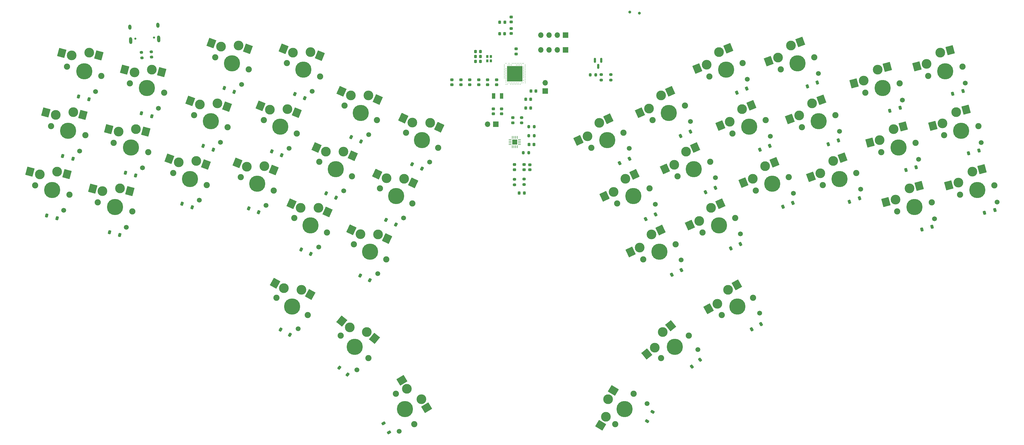
<source format=gbr>
%TF.GenerationSoftware,KiCad,Pcbnew,7.0.10*%
%TF.CreationDate,2024-03-12T01:25:21-07:00*%
%TF.ProjectId,keyboard,6b657962-6f61-4726-942e-6b696361645f,rev?*%
%TF.SameCoordinates,Original*%
%TF.FileFunction,Soldermask,Top*%
%TF.FilePolarity,Negative*%
%FSLAX46Y46*%
G04 Gerber Fmt 4.6, Leading zero omitted, Abs format (unit mm)*
G04 Created by KiCad (PCBNEW 7.0.10) date 2024-03-12 01:25:21*
%MOMM*%
%LPD*%
G01*
G04 APERTURE LIST*
G04 Aperture macros list*
%AMRoundRect*
0 Rectangle with rounded corners*
0 $1 Rounding radius*
0 $2 $3 $4 $5 $6 $7 $8 $9 X,Y pos of 4 corners*
0 Add a 4 corners polygon primitive as box body*
4,1,4,$2,$3,$4,$5,$6,$7,$8,$9,$2,$3,0*
0 Add four circle primitives for the rounded corners*
1,1,$1+$1,$2,$3*
1,1,$1+$1,$4,$5*
1,1,$1+$1,$6,$7*
1,1,$1+$1,$8,$9*
0 Add four rect primitives between the rounded corners*
20,1,$1+$1,$2,$3,$4,$5,0*
20,1,$1+$1,$4,$5,$6,$7,0*
20,1,$1+$1,$6,$7,$8,$9,0*
20,1,$1+$1,$8,$9,$2,$3,0*%
%AMHorizOval*
0 Thick line with rounded ends*
0 $1 width*
0 $2 $3 position (X,Y) of the first rounded end (center of the circle)*
0 $4 $5 position (X,Y) of the second rounded end (center of the circle)*
0 Add line between two ends*
20,1,$1,$2,$3,$4,$5,0*
0 Add two circle primitives to create the rounded ends*
1,1,$1,$2,$3*
1,1,$1,$4,$5*%
%AMRotRect*
0 Rectangle, with rotation*
0 The origin of the aperture is its center*
0 $1 length*
0 $2 width*
0 $3 Rotation angle, in degrees counterclockwise*
0 Add horizontal line*
21,1,$1,$2,0,0,$3*%
G04 Aperture macros list end*
%ADD10R,1.700000X1.700000*%
%ADD11O,1.700000X1.700000*%
%ADD12RoundRect,0.225000X-0.314390X-0.303988X0.120276X-0.420456X0.314390X0.303988X-0.120276X0.420456X0*%
%ADD13RoundRect,0.225000X-0.410853X-0.149833X-0.061137X-0.433027X0.410853X0.149833X0.061137X0.433027X0*%
%ADD14RoundRect,0.225000X-0.120276X-0.420456X0.314390X-0.303988X0.120276X0.420456X-0.314390X0.303988X0*%
%ADD15RoundRect,0.225000X-0.349094X-0.263407X0.068139X-0.431980X0.349094X0.263407X-0.068139X0.431980X0*%
%ADD16RoundRect,0.225000X-0.083173X-0.429339X0.339688X-0.275430X0.083173X0.429339X-0.339688X0.275430X0*%
%ADD17C,1.900000*%
%ADD18C,1.500000*%
%ADD19C,5.000000*%
%ADD20C,3.000000*%
%ADD21RotRect,2.300000X2.600000X335.000000*%
%ADD22RoundRect,0.225000X-0.225000X-0.250000X0.225000X-0.250000X0.225000X0.250000X-0.225000X0.250000X0*%
%ADD23RoundRect,0.225000X-0.068139X-0.431980X0.349094X-0.263407X0.068139X0.431980X-0.349094X0.263407X0*%
%ADD24RoundRect,0.225000X-0.358074X-0.251064X0.053021X-0.434095X0.358074X0.251064X-0.053021X0.434095X0*%
%ADD25RoundRect,0.225000X0.250000X-0.225000X0.250000X0.225000X-0.250000X0.225000X-0.250000X-0.225000X0*%
%ADD26RoundRect,0.225000X-0.362401X-0.244776X0.045437X-0.434955X0.362401X0.244776X-0.045437X0.434955X0*%
%ADD27RotRect,2.300000X2.600000X345.000000*%
%ADD28RotRect,2.300000X2.600000X15.000000*%
%ADD29RoundRect,0.200000X0.200000X0.275000X-0.200000X0.275000X-0.200000X-0.275000X0.200000X-0.275000X0*%
%ADD30RotRect,2.300000X2.600000X22.000000*%
%ADD31RoundRect,0.218750X-0.256250X0.218750X-0.256250X-0.218750X0.256250X-0.218750X0.256250X0.218750X0*%
%ADD32RoundRect,0.225000X-0.045437X-0.434955X0.362401X-0.244776X0.045437X0.434955X-0.362401X0.244776X0*%
%ADD33RoundRect,0.225000X-0.339688X-0.275430X0.083173X-0.429339X0.339688X0.275430X-0.083173X0.429339X0*%
%ADD34RotRect,2.300000X2.600000X20.000000*%
%ADD35RoundRect,0.225000X0.225000X0.250000X-0.225000X0.250000X-0.225000X-0.250000X0.225000X-0.250000X0*%
%ADD36RotRect,2.300000X2.600000X340.000000*%
%ADD37RoundRect,0.200000X0.275000X-0.200000X0.275000X0.200000X-0.275000X0.200000X-0.275000X-0.200000X0*%
%ADD38RoundRect,0.218750X0.256250X-0.218750X0.256250X0.218750X-0.256250X0.218750X-0.256250X-0.218750X0*%
%ADD39RoundRect,0.150000X-0.150000X0.587500X-0.150000X-0.587500X0.150000X-0.587500X0.150000X0.587500X0*%
%ADD40RotRect,2.300000X2.600000X25.000000*%
%ADD41RotRect,2.300000X2.600000X59.000000*%
%ADD42RotRect,2.300000X2.600000X321.000000*%
%ADD43RotRect,2.300000X2.600000X24.000000*%
%ADD44RoundRect,0.218750X0.218750X0.256250X-0.218750X0.256250X-0.218750X-0.256250X0.218750X-0.256250X0*%
%ADD45RotRect,2.300000X2.600000X336.000000*%
%ADD46RoundRect,0.062500X-0.062500X0.375000X-0.062500X-0.375000X0.062500X-0.375000X0.062500X0.375000X0*%
%ADD47RoundRect,0.062500X-0.375000X0.062500X-0.375000X-0.062500X0.375000X-0.062500X0.375000X0.062500X0*%
%ADD48R,1.600000X1.600000*%
%ADD49RotRect,2.300000X2.600000X331.000000*%
%ADD50RotRect,2.300000X2.600000X301.000000*%
%ADD51RoundRect,0.225000X-0.014986X-0.437065X0.378593X-0.218900X0.014986X0.437065X-0.378593X0.218900X0*%
%ADD52RoundRect,0.225000X-0.053021X-0.434095X0.358074X-0.251064X0.053021X0.434095X-0.358074X0.251064X0*%
%ADD53RotRect,2.300000X2.600000X39.000000*%
%ADD54RoundRect,0.200000X-0.275000X0.200000X-0.275000X-0.200000X0.275000X-0.200000X0.275000X0.200000X0*%
%ADD55RoundRect,0.225000X-0.378593X-0.218900X0.014986X-0.437065X0.378593X0.218900X-0.014986X0.437065X0*%
%ADD56RoundRect,0.200000X-0.200000X-0.275000X0.200000X-0.275000X0.200000X0.275000X-0.200000X0.275000X0*%
%ADD57RotRect,2.300000X2.600000X338.000000*%
%ADD58C,0.250000*%
%ADD59R,4.850000X4.850000*%
%ADD60RoundRect,0.225000X0.061137X-0.433027X0.410853X-0.149833X-0.061137X0.433027X-0.410853X0.149833X0*%
%ADD61RoundRect,0.225000X-0.250000X0.225000X-0.250000X-0.225000X0.250000X-0.225000X0.250000X0.225000X0*%
%ADD62RoundRect,0.200000X-0.287650X0.181335X-0.261141X-0.217786X0.287650X-0.181335X0.261141X0.217786X0*%
%ADD63RoundRect,0.225000X0.205554X-0.386002X0.437321X-0.000277X-0.205554X0.386002X-0.437321X0.000277X0*%
%ADD64RotRect,2.300000X2.600000X29.000000*%
%ADD65R,0.800000X0.900000*%
%ADD66R,1.000000X1.800000*%
%ADD67RoundRect,0.225000X-0.437321X-0.000277X-0.205554X-0.386002X0.437321X0.000277X0.205554X0.386002X0*%
%ADD68C,0.650000*%
%ADD69HorizOval,1.000000X-0.019882X0.299340X0.019882X-0.299340X0*%
%ADD70HorizOval,1.000000X-0.036451X0.548791X0.036451X-0.548791X0*%
%ADD71C,0.900000*%
G04 APERTURE END LIST*
D10*
%TO.C,J2*%
X236800000Y-120000000D03*
D11*
X234260000Y-120000000D03*
X231720000Y-120000000D03*
X229180000Y-120000000D03*
%TD*%
D12*
%TO.C,D1*%
X76739481Y-171145136D03*
X79927037Y-171999238D03*
%TD*%
D13*
%TO.C,D20*%
X166968528Y-218162889D03*
X169533110Y-220239647D03*
%TD*%
D14*
%TO.C,D24*%
X356161824Y-133601584D03*
X359349380Y-132747482D03*
%TD*%
D15*
%TO.C,D10*%
X139026607Y-168940864D03*
X142086313Y-170177066D03*
%TD*%
D16*
%TO.C,D30*%
X311330040Y-131270243D03*
X314431026Y-130141577D03*
%TD*%
D17*
%TO.C,S17*%
X189479131Y-167461621D03*
D18*
X186849493Y-171917797D03*
D19*
X184494438Y-165137221D03*
D20*
X186987886Y-159790005D03*
X181526587Y-159670791D03*
D17*
X179509745Y-162812821D03*
D21*
X178717032Y-158360674D03*
X189797440Y-161100122D03*
%TD*%
D22*
%TO.C,C1*%
X208991164Y-122060230D03*
X210541164Y-122060230D03*
%TD*%
D10*
%TO.C,J6*%
X230500000Y-132775000D03*
D11*
X230500000Y-130235000D03*
%TD*%
D23*
%TO.C,D31*%
X303837672Y-168484594D03*
X306897378Y-167248392D03*
%TD*%
D24*
%TO.C,D13*%
X155213952Y-181652721D03*
X158228652Y-182994951D03*
%TD*%
D25*
%TO.C,C9*%
X210000000Y-130775000D03*
X210000000Y-129225000D03*
%TD*%
D26*
%TO.C,D18*%
X189460447Y-155315751D03*
X192451263Y-156710391D03*
%TD*%
D17*
%TO.C,S4*%
X103151365Y-169939969D03*
D18*
X101335484Y-174785077D03*
D19*
X97838773Y-168516464D03*
D20*
X99365805Y-162817502D03*
X93966774Y-163648443D03*
D17*
X92526181Y-167092959D03*
D27*
X90972404Y-162846104D03*
X102360175Y-163619841D03*
%TD*%
D25*
%TO.C,C11*%
X201750000Y-130775000D03*
X201750000Y-129225000D03*
%TD*%
D17*
%TO.C,S25*%
X349672189Y-167092959D03*
D18*
X350522144Y-172196887D03*
D19*
X344359597Y-168516464D03*
D20*
X342832565Y-162817502D03*
X338572337Y-166236634D03*
D17*
X339047005Y-169939969D03*
D28*
X335577967Y-167038973D03*
X345826935Y-162015163D03*
%TD*%
D29*
%TO.C,R7*%
X225400000Y-151750000D03*
X223750000Y-151750000D03*
%TD*%
D14*
%TO.C,D26*%
X341712573Y-157143497D03*
X344900129Y-156289395D03*
%TD*%
D17*
%TO.C,S31*%
X305598936Y-159331945D03*
D18*
X307064568Y-164294245D03*
D19*
X300499425Y-161392281D03*
D20*
X298289246Y-155921896D03*
X294477461Y-159834734D03*
D17*
X295399914Y-163452617D03*
D30*
X291603191Y-160996014D03*
X301163516Y-154760616D03*
%TD*%
D22*
%TO.C,C13*%
X224475000Y-138000000D03*
X226025000Y-138000000D03*
%TD*%
D31*
%TO.C,L3*%
X220000000Y-109858500D03*
X220000000Y-111433500D03*
%TD*%
D25*
%TO.C,C10*%
X212750000Y-130775000D03*
X212750000Y-129225000D03*
%TD*%
D31*
%TO.C,L2*%
X220000000Y-113414500D03*
X220000000Y-114989500D03*
%TD*%
D25*
%TO.C,C7*%
X204500000Y-130775000D03*
X204500000Y-129225000D03*
%TD*%
D22*
%TO.C,C20*%
X225475000Y-149250000D03*
X227025000Y-149250000D03*
%TD*%
D32*
%TO.C,D38*%
X261502470Y-172237768D03*
X264493286Y-170843128D03*
%TD*%
D23*
%TO.C,D33*%
X289602622Y-133251607D03*
X292662328Y-132015405D03*
%TD*%
D10*
%TO.C,J4*%
X215275000Y-143000000D03*
D11*
X212735000Y-143000000D03*
%TD*%
D25*
%TO.C,C14*%
X221500000Y-121275000D03*
X221500000Y-119725000D03*
%TD*%
D33*
%TO.C,D8*%
X124994577Y-149688209D03*
X128095563Y-150816875D03*
%TD*%
D24*
%TO.C,D14*%
X162941949Y-164295357D03*
X165956649Y-165637587D03*
%TD*%
D17*
%TO.C,S30*%
X313466451Y-122315690D03*
D18*
X314758009Y-127326117D03*
D19*
X308298142Y-124196801D03*
D20*
X306280223Y-118652615D03*
X302334204Y-122430039D03*
D17*
X303129833Y-126077912D03*
D34*
X299421157Y-123490301D03*
X309193270Y-117592352D03*
%TD*%
D17*
%TO.C,S32*%
X298481411Y-141715452D03*
D18*
X299947043Y-146677752D03*
D19*
X293381900Y-143775788D03*
D20*
X291171721Y-138305403D03*
X287359936Y-142218241D03*
D17*
X288282389Y-145836124D03*
D30*
X284485666Y-143379521D03*
X294045991Y-137144123D03*
%TD*%
D15*
%TO.C,D11*%
X146144132Y-151324371D03*
X149203838Y-152560573D03*
%TD*%
D35*
%TO.C,C15*%
X217968000Y-115000000D03*
X216418000Y-115000000D03*
%TD*%
D32*
%TO.C,D37*%
X269532217Y-189457615D03*
X272523033Y-188062975D03*
%TD*%
D17*
%TO.C,S7*%
X126071772Y-161786231D03*
D18*
X123840522Y-166454638D03*
D19*
X120903463Y-159905120D03*
D20*
X122921382Y-154360934D03*
X117470474Y-154718157D03*
D17*
X115735154Y-158024009D03*
D36*
X114557427Y-153657894D03*
X125834429Y-155421196D03*
%TD*%
D25*
%TO.C,C8*%
X207250000Y-130775000D03*
X207250000Y-129225000D03*
%TD*%
D37*
%TO.C,R3*%
X223250000Y-142575000D03*
X223250000Y-140925000D03*
%TD*%
D38*
%TO.C,D43*%
X224000000Y-157037500D03*
X224000000Y-155462500D03*
%TD*%
D39*
%TO.C,Q1*%
X247750000Y-123250000D03*
X245850000Y-123250000D03*
X246800000Y-125125000D03*
%TD*%
D17*
%TO.C,S22*%
X369039002Y-161903637D03*
D18*
X369888957Y-167007565D03*
D19*
X363726410Y-163327142D03*
D20*
X362199378Y-157628180D03*
X357939150Y-161047312D03*
D17*
X358413818Y-164750647D03*
D28*
X354944780Y-161849651D03*
X365193748Y-156825841D03*
%TD*%
D17*
%TO.C,S39*%
X254658878Y-145592973D03*
D18*
X256382208Y-150471767D03*
D19*
X249674185Y-147917373D03*
D20*
X247180737Y-142570157D03*
X243578958Y-146677125D03*
D17*
X244689492Y-150241773D03*
D40*
X240769404Y-147987242D03*
X249990291Y-141260040D03*
%TD*%
D17*
%TO.C,S8*%
X132570155Y-143932072D03*
D18*
X130338905Y-148600479D03*
D19*
X127401846Y-142050961D03*
D20*
X129419765Y-136506775D03*
X123968857Y-136863998D03*
D17*
X122233537Y-140169850D03*
D36*
X121055810Y-135803735D03*
X132332812Y-137567037D03*
%TD*%
D17*
%TO.C,S37*%
X270718372Y-180032669D03*
D18*
X272441702Y-184911463D03*
D19*
X265733679Y-182357069D03*
D20*
X263240231Y-177009853D03*
X259638452Y-181116821D03*
D17*
X260748986Y-184681469D03*
D40*
X256828898Y-182426938D03*
X266049785Y-175699736D03*
%TD*%
D17*
%TO.C,S18*%
X197508878Y-150241773D03*
D18*
X194879240Y-154697949D03*
D19*
X192524185Y-147917373D03*
D20*
X195017633Y-142570157D03*
X189556334Y-142450943D03*
D17*
X187539492Y-145592973D03*
D21*
X186746779Y-141140826D03*
X197827187Y-143880274D03*
%TD*%
D17*
%TO.C,S42*%
X257764100Y-226193218D03*
D18*
X261920993Y-229274248D03*
D19*
X254931391Y-230907638D03*
D20*
X249874104Y-227868913D03*
X249184682Y-233287834D03*
D17*
X252098682Y-235622058D03*
D41*
X247588064Y-235945052D03*
X251470722Y-225211695D03*
%TD*%
D17*
%TO.C,S3*%
X93619676Y-128045466D03*
D18*
X91803795Y-132890574D03*
D19*
X88307084Y-126621961D03*
D20*
X89834116Y-120922999D03*
X84435085Y-121753940D03*
D17*
X82994492Y-125198456D03*
D27*
X81440715Y-120951601D03*
X92828486Y-121725338D03*
%TD*%
D17*
%TO.C,S20*%
X176005394Y-215186721D03*
D18*
X172375821Y-218874363D03*
D19*
X171731091Y-211725459D03*
D20*
X175444081Y-207140298D03*
X170173847Y-205703417D03*
D17*
X167456788Y-208264197D03*
D42*
X167764694Y-203752524D03*
X177853234Y-209091191D03*
%TD*%
D17*
%TO.C,S35*%
X281346769Y-154607583D03*
D18*
X282984690Y-159515711D03*
D19*
X276322269Y-156844635D03*
D20*
X273922523Y-151454717D03*
X270249616Y-155498200D03*
D17*
X271297769Y-159081687D03*
D43*
X267417625Y-156759084D03*
X276754514Y-150193833D03*
%TD*%
D44*
%TO.C,L1*%
X226037500Y-135250000D03*
X224462500Y-135250000D03*
%TD*%
D17*
%TO.C,S15*%
X178628597Y-141724323D03*
D18*
X176077131Y-146225713D03*
D19*
X173604097Y-139487271D03*
D20*
X176003843Y-134097353D03*
X170541295Y-134073470D03*
D17*
X168579597Y-137250219D03*
D45*
X167709304Y-132812586D03*
X178835834Y-135358236D03*
%TD*%
D46*
%TO.C,U2*%
X221849185Y-147062500D03*
X221349185Y-147062500D03*
X220849185Y-147062500D03*
X220349185Y-147062500D03*
D47*
X219661685Y-147750000D03*
X219661685Y-148250000D03*
X219661685Y-148750000D03*
X219661685Y-149250000D03*
D46*
X220349185Y-149937500D03*
X220849185Y-149937500D03*
X221349185Y-149937500D03*
X221849185Y-149937500D03*
D47*
X222536685Y-149250000D03*
X222536685Y-148750000D03*
X222536685Y-148250000D03*
X222536685Y-147750000D03*
D48*
X221099185Y-148500000D03*
%TD*%
D33*
%TO.C,D7*%
X118496194Y-167542369D03*
X121597180Y-168671035D03*
%TD*%
D14*
%TO.C,D22*%
X365996948Y-170306766D03*
X369184504Y-169452664D03*
%TD*%
D17*
%TO.C,S19*%
X157258778Y-201916453D03*
D18*
X154324699Y-206178340D03*
D19*
X152448370Y-199250000D03*
D20*
X155308747Y-194089744D03*
X149869067Y-193589859D03*
D17*
X147637962Y-196583547D03*
D49*
X147157746Y-192086949D03*
X158020068Y-195592654D03*
%TD*%
D17*
%TO.C,S21*%
X190099688Y-235622058D03*
D18*
X185427758Y-237845921D03*
D19*
X187266979Y-230907638D03*
D20*
X192324266Y-227868913D03*
X187863308Y-224716161D03*
D17*
X184434270Y-226193218D03*
D50*
X186266690Y-222058942D03*
X193920884Y-230526132D03*
%TD*%
D12*
%TO.C,D4*%
X96106294Y-176334458D03*
X99293850Y-177188560D03*
%TD*%
D17*
%TO.C,S23*%
X364121440Y-143551046D03*
D18*
X364971395Y-148654974D03*
D19*
X358808848Y-144974551D03*
D20*
X357281816Y-139275589D03*
X353021588Y-142694721D03*
D17*
X353496256Y-146398056D03*
D28*
X350027218Y-143497060D03*
X360276186Y-138473250D03*
%TD*%
D51*
%TO.C,D40*%
X294161729Y-206324041D03*
X297047975Y-204724169D03*
%TD*%
D52*
%TO.C,D35*%
X279967337Y-163945115D03*
X282982037Y-162602885D03*
%TD*%
D16*
%TO.C,D28*%
X324326805Y-166978563D03*
X327427791Y-165849897D03*
%TD*%
D38*
%TO.C,D44*%
X221000000Y-157037500D03*
X221000000Y-155462500D03*
%TD*%
D12*
%TO.C,D2*%
X81657043Y-152792545D03*
X84844599Y-153646647D03*
%TD*%
D17*
%TO.C,S41*%
X274741582Y-208264197D03*
D18*
X277594009Y-212581159D03*
D19*
X270467279Y-211725459D03*
D20*
X266754289Y-207140298D03*
X264253064Y-211996621D03*
D17*
X266192976Y-215186721D03*
D53*
X261843911Y-213947514D03*
X269163441Y-205189405D03*
%TD*%
D23*
%TO.C,D32*%
X296720147Y-150868101D03*
X299779853Y-149631899D03*
%TD*%
D54*
%TO.C,R11*%
X250750000Y-127675000D03*
X250750000Y-129325000D03*
%TD*%
D35*
%TO.C,C17*%
X210541164Y-120560230D03*
X208991164Y-120560230D03*
%TD*%
D17*
%TO.C,S16*%
X181449384Y-184681469D03*
D18*
X178819746Y-189137645D03*
D19*
X176464691Y-182357069D03*
D20*
X178958139Y-177009853D03*
X173496840Y-176890639D03*
D17*
X171479998Y-180032669D03*
D21*
X170687285Y-175580522D03*
X181767693Y-178319970D03*
%TD*%
D17*
%TO.C,S14*%
X170900601Y-159081687D03*
D18*
X168349135Y-163583077D03*
D19*
X165876101Y-156844635D03*
D20*
X168275847Y-151454717D03*
X162813299Y-151430834D03*
D17*
X160851601Y-154607583D03*
D45*
X159981308Y-150169950D03*
X171107838Y-152715600D03*
%TD*%
D33*
%TO.C,D9*%
X131492959Y-131834049D03*
X134593945Y-132962715D03*
%TD*%
D55*
%TO.C,D19*%
X148876010Y-206416641D03*
X151762256Y-208016513D03*
%TD*%
D56*
%TO.C,R10*%
X244425000Y-127750000D03*
X246075000Y-127750000D03*
%TD*%
D17*
%TO.C,S33*%
X291363886Y-124098958D03*
D18*
X292829518Y-129061258D03*
D19*
X286264375Y-126159294D03*
D20*
X284054196Y-120688909D03*
X280242411Y-124601747D03*
D17*
X281164864Y-128219630D03*
D30*
X277368141Y-125763027D03*
X286928466Y-119527629D03*
%TD*%
D29*
%TO.C,R6*%
X227075000Y-143750000D03*
X225425000Y-143750000D03*
%TD*%
D17*
%TO.C,S11*%
X153915981Y-145836124D03*
D18*
X151523165Y-150423818D03*
D19*
X148816470Y-143775788D03*
D20*
X151026649Y-138305403D03*
X145566595Y-138472175D03*
D17*
X143716959Y-141715452D03*
D57*
X142692325Y-137310894D03*
X153900919Y-139466684D03*
%TD*%
D17*
%TO.C,S5*%
X108068927Y-151587378D03*
D18*
X106253046Y-156432486D03*
D19*
X102756335Y-150163873D03*
D20*
X104283367Y-144464911D03*
X98884336Y-145295852D03*
D17*
X97443743Y-148740368D03*
D27*
X95889966Y-144493513D03*
X107277737Y-145267250D03*
%TD*%
D58*
%TO.C,U1*%
X217849185Y-128658408D03*
X217849185Y-128158408D03*
X217849185Y-127658408D03*
X217849185Y-127158408D03*
X217849185Y-126658408D03*
X217849185Y-126158408D03*
X217849185Y-125658408D03*
X217849185Y-125158408D03*
X217849185Y-124658408D03*
X223349185Y-124158408D03*
X223599185Y-130158408D03*
X223849185Y-129408408D03*
X223849185Y-128408408D03*
X223849185Y-127908408D03*
X223849185Y-127408408D03*
X223849185Y-126908408D03*
X223849185Y-126408408D03*
X223849185Y-125908408D03*
X223849185Y-125408408D03*
X223849185Y-124158408D03*
X224349185Y-130158408D03*
X224349185Y-129658408D03*
X224349185Y-129158408D03*
X224349185Y-128658408D03*
X224349185Y-128158408D03*
X224349185Y-127658408D03*
X224349185Y-127158408D03*
X224349185Y-126658408D03*
X224349185Y-126158408D03*
X224349185Y-125658408D03*
X224349185Y-125158408D03*
X224349185Y-124658408D03*
X218349185Y-130658408D03*
X218349185Y-129908408D03*
X218349185Y-129408408D03*
X218349185Y-128908408D03*
X218349185Y-128408408D03*
X218349185Y-127908408D03*
X218349185Y-127408408D03*
X218349185Y-126908408D03*
X218349185Y-126408408D03*
X218349185Y-125908408D03*
X218349185Y-124158408D03*
X218849185Y-130658408D03*
X219099185Y-130158408D03*
X219099185Y-124658408D03*
X219349185Y-124158408D03*
D59*
X221099185Y-127408408D03*
D58*
X219599185Y-130158408D03*
X219599185Y-124658408D03*
X219849185Y-130658408D03*
X220099185Y-130158408D03*
X220099185Y-124658408D03*
X220349185Y-130658408D03*
X220349185Y-124158408D03*
X220599185Y-130158408D03*
X220849185Y-130658408D03*
X220849185Y-124158408D03*
X221099185Y-130158408D03*
X221349185Y-130658408D03*
X221349185Y-124158408D03*
X221599185Y-130158408D03*
X221599185Y-124658408D03*
X221849185Y-130658408D03*
X221849185Y-124158408D03*
X222099185Y-130158408D03*
X222099185Y-124658408D03*
X222349185Y-130658408D03*
X222349185Y-124158408D03*
X222599185Y-124658408D03*
X222849185Y-130658408D03*
X222849185Y-124158408D03*
X223099185Y-130158408D03*
X223099185Y-124658408D03*
%TD*%
D17*
%TO.C,S28*%
X326463216Y-158024009D03*
D18*
X327754774Y-163034436D03*
D19*
X321294907Y-159905120D03*
D20*
X319276988Y-154360934D03*
X315330969Y-158138358D03*
D17*
X316126598Y-161786231D03*
D34*
X312417922Y-159198620D03*
X322190035Y-153300671D03*
%TD*%
D10*
%TO.C,J3*%
X236750000Y-115500000D03*
D11*
X234210000Y-115500000D03*
X231670000Y-115500000D03*
X229130000Y-115500000D03*
%TD*%
D26*
%TO.C,D17*%
X181430700Y-172535600D03*
X184421516Y-173930240D03*
%TD*%
D24*
%TO.C,D15*%
X170669945Y-146937993D03*
X173684645Y-148280223D03*
%TD*%
D32*
%TO.C,D39*%
X253472723Y-155017919D03*
X256463539Y-153623279D03*
%TD*%
D22*
%TO.C,C2*%
X208991164Y-123560230D03*
X210541164Y-123560230D03*
%TD*%
D29*
%TO.C,R8*%
X227075000Y-146500000D03*
X225425000Y-146500000D03*
%TD*%
D17*
%TO.C,S2*%
X88702114Y-146398056D03*
D18*
X86886233Y-151243164D03*
D19*
X83389522Y-144974551D03*
D20*
X84916554Y-139275589D03*
X79517523Y-140106530D03*
D17*
X78076930Y-143551046D03*
D27*
X76523153Y-139304191D03*
X87910924Y-140077928D03*
%TD*%
D17*
%TO.C,S26*%
X344754627Y-148740368D03*
D18*
X345604582Y-153844296D03*
D19*
X339442035Y-150163873D03*
D20*
X337915003Y-144464911D03*
X333654775Y-147884043D03*
D17*
X334129443Y-151587378D03*
D28*
X330660405Y-148686382D03*
X340909373Y-143662572D03*
%TD*%
D14*
%TO.C,D25*%
X346630135Y-175496088D03*
X349817691Y-174641986D03*
%TD*%
D17*
%TO.C,S10*%
X146798456Y-163452617D03*
D18*
X144405640Y-168040311D03*
D19*
X141698945Y-161392281D03*
D20*
X143909124Y-155921896D03*
X138449070Y-156088668D03*
D17*
X136599434Y-159331945D03*
D57*
X135574800Y-154927387D03*
X146783394Y-157083177D03*
%TD*%
D17*
%TO.C,S29*%
X319964834Y-140169850D03*
D18*
X321256392Y-145180277D03*
D19*
X314796525Y-142050961D03*
D20*
X312778606Y-136506775D03*
X308832587Y-140284199D03*
D17*
X309628216Y-143932072D03*
D34*
X305919540Y-141344461D03*
X315691653Y-135446512D03*
%TD*%
D60*
%TO.C,D41*%
X275717709Y-217788379D03*
X278282291Y-215711621D03*
%TD*%
D17*
%TO.C,S6*%
X112986489Y-133234787D03*
D18*
X111170608Y-138079895D03*
D19*
X107673897Y-131811282D03*
D20*
X109200929Y-126112320D03*
X103801898Y-126943261D03*
D17*
X102361305Y-130387777D03*
D27*
X100807528Y-126140922D03*
X112195299Y-126914659D03*
%TD*%
D17*
%TO.C,S34*%
X289074766Y-171964947D03*
D18*
X290712687Y-176873075D03*
D19*
X284050266Y-174201999D03*
D20*
X281650520Y-168812081D03*
X277977613Y-172855564D03*
D17*
X279025766Y-176439051D03*
D43*
X275145622Y-174116448D03*
X284482511Y-167551197D03*
%TD*%
D17*
%TO.C,S27*%
X339837066Y-130387777D03*
D18*
X340687021Y-135491705D03*
D19*
X334524474Y-131811282D03*
D20*
X332997442Y-126112320D03*
X328737214Y-129531452D03*
D17*
X329211882Y-133234787D03*
D28*
X325742844Y-130333791D03*
X335991812Y-125309981D03*
%TD*%
D61*
%TO.C,C3*%
X214516164Y-138225000D03*
X214516164Y-139775000D03*
%TD*%
D22*
%TO.C,C6*%
X222475000Y-164250000D03*
X224025000Y-164250000D03*
%TD*%
D17*
%TO.C,S24*%
X359203878Y-125198456D03*
D18*
X360053833Y-130302384D03*
D19*
X353891286Y-126621961D03*
D20*
X352364254Y-120922999D03*
X348104026Y-124342131D03*
D17*
X348578694Y-128045466D03*
D28*
X345109656Y-125144470D03*
X355358624Y-120120660D03*
%TD*%
D62*
%TO.C,R1*%
X108971264Y-120604027D03*
X109080616Y-122250399D03*
%TD*%
D14*
%TO.C,D27*%
X336795011Y-138790906D03*
X339982567Y-137936804D03*
%TD*%
D26*
%TO.C,D16*%
X173400953Y-189755447D03*
X176391769Y-191150087D03*
%TD*%
D15*
%TO.C,D12*%
X153261658Y-133707877D03*
X156321364Y-134944079D03*
%TD*%
D16*
%TO.C,D29*%
X317828422Y-149124403D03*
X320929408Y-147995737D03*
%TD*%
D17*
%TO.C,S9*%
X139068537Y-126077912D03*
D18*
X136837287Y-130746319D03*
D19*
X133900228Y-124196801D03*
D20*
X135918147Y-118652615D03*
X130467239Y-119009838D03*
D17*
X128731919Y-122315690D03*
D36*
X127554192Y-117949575D03*
X138831194Y-119712877D03*
%TD*%
D17*
%TO.C,S36*%
X273618773Y-137250219D03*
D18*
X275256694Y-142158347D03*
D19*
X268594273Y-139487271D03*
D20*
X266194527Y-134097353D03*
X262521620Y-138140836D03*
D17*
X263569773Y-141724323D03*
D43*
X259689629Y-139401720D03*
X269026518Y-132836469D03*
%TD*%
D22*
%TO.C,C12*%
X226075000Y-132740000D03*
X227625000Y-132740000D03*
%TD*%
D63*
%TO.C,D42*%
X261900187Y-234664326D03*
X263599813Y-231835674D03*
%TD*%
D35*
%TO.C,C16*%
X218025000Y-111500000D03*
X216475000Y-111500000D03*
%TD*%
D62*
%TO.C,R2*%
X105977860Y-120802847D03*
X106087212Y-122449219D03*
%TD*%
D37*
%TO.C,R5*%
X221000000Y-161650000D03*
X221000000Y-160000000D03*
%TD*%
D25*
%TO.C,C18*%
X220500000Y-142525000D03*
X220500000Y-140975000D03*
%TD*%
D17*
%TO.C,S40*%
X294560408Y-196583547D03*
D18*
X296619868Y-201330243D03*
D19*
X289750000Y-199250000D03*
D20*
X286889623Y-194089744D03*
X283583106Y-198437955D03*
D17*
X284939592Y-201916453D03*
D64*
X280871785Y-199940865D03*
X289600944Y-192586834D03*
%TD*%
D52*
%TO.C,D36*%
X272239340Y-146587751D03*
X275254040Y-145245521D03*
%TD*%
D12*
%TO.C,D6*%
X105941418Y-139629276D03*
X109128974Y-140483378D03*
%TD*%
D52*
%TO.C,D34*%
X287695333Y-181302479D03*
X290710033Y-179960249D03*
%TD*%
D65*
%TO.C,Y1*%
X213766164Y-123460230D03*
X213766164Y-122060230D03*
X212666164Y-122060230D03*
X212666164Y-123460230D03*
%TD*%
D37*
%TO.C,R4*%
X224000000Y-161575000D03*
X224000000Y-159925000D03*
%TD*%
D17*
%TO.C,S1*%
X83784552Y-164750647D03*
D18*
X81968671Y-169595755D03*
D19*
X78471960Y-163327142D03*
D20*
X79998992Y-157628180D03*
X74599961Y-158459121D03*
D17*
X73159368Y-161903637D03*
D27*
X71605591Y-157656782D03*
X82993362Y-158430519D03*
%TD*%
D54*
%TO.C,R9*%
X247750000Y-127675000D03*
X247750000Y-129325000D03*
%TD*%
D12*
%TO.C,D5*%
X101023856Y-157981867D03*
X104211412Y-158835969D03*
%TD*%
D17*
%TO.C,S38*%
X262688625Y-162812821D03*
D18*
X264411955Y-167691615D03*
D19*
X257703932Y-165137221D03*
D20*
X255210484Y-159790005D03*
X251608705Y-163896973D03*
D17*
X252719239Y-167461621D03*
D40*
X248799151Y-165207090D03*
X258020038Y-158479888D03*
%TD*%
D17*
%TO.C,S13*%
X163172605Y-176439051D03*
D18*
X160621139Y-180940441D03*
D19*
X158148105Y-174201999D03*
D20*
X160547851Y-168812081D03*
X155085303Y-168788198D03*
D17*
X153123605Y-171964947D03*
D45*
X152253312Y-167527314D03*
X163379842Y-170072964D03*
%TD*%
D17*
%TO.C,S12*%
X161033507Y-128219630D03*
D18*
X158640691Y-132807324D03*
D19*
X155933996Y-126159294D03*
D20*
X158144175Y-120688909D03*
X152684121Y-120855681D03*
D17*
X150834485Y-124098958D03*
D57*
X149809851Y-119694400D03*
X161018445Y-121850190D03*
%TD*%
D66*
%TO.C,X2*%
X217050000Y-134250000D03*
X214550000Y-134250000D03*
%TD*%
D14*
%TO.C,D23*%
X361079386Y-151954175D03*
X364266942Y-151100073D03*
%TD*%
D25*
%TO.C,C5*%
X215490000Y-130777500D03*
X215490000Y-129227500D03*
%TD*%
D12*
%TO.C,D3*%
X86574605Y-134439954D03*
X89762161Y-135294056D03*
%TD*%
D61*
%TO.C,C19*%
X225750000Y-155475000D03*
X225750000Y-157025000D03*
%TD*%
%TO.C,C4*%
X217016164Y-138225000D03*
X217016164Y-139775000D03*
%TD*%
D67*
%TO.C,D21*%
X180589903Y-235327952D03*
X182289529Y-238156604D03*
%TD*%
D68*
%TO.C,J1*%
X104055161Y-116601034D03*
X109822454Y-116217971D03*
D69*
X102384417Y-113023897D03*
D70*
X102661442Y-117194707D03*
D69*
X111005422Y-112451290D03*
D70*
X111282447Y-116622100D03*
%TD*%
D71*
%TO.C,SW1*%
X256563163Y-108312546D03*
X259543879Y-108652156D03*
%TD*%
M02*

</source>
